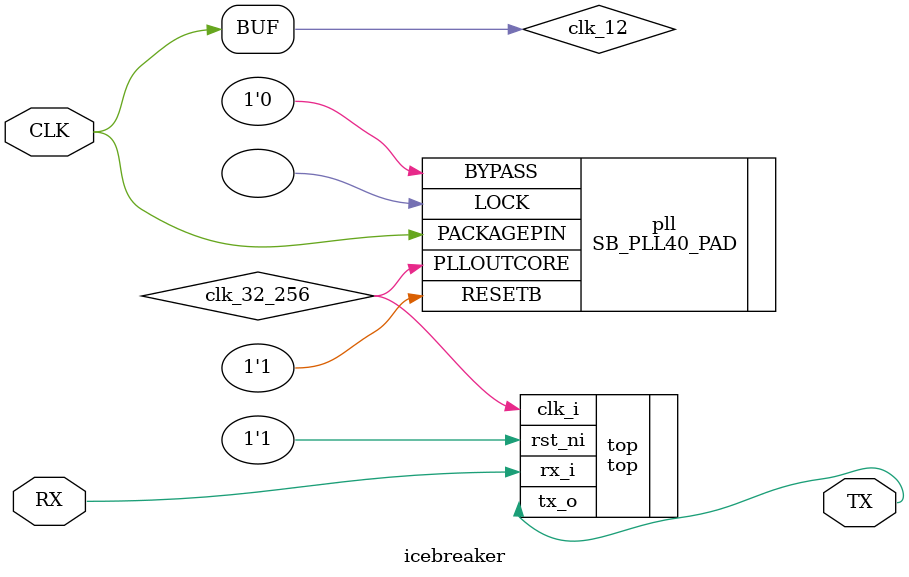
<source format=v>

module icebreaker (
    input  wire CLK,
    input  wire  RX,
    output wire  TX
);

wire clk_12 = CLK;
wire clk_32_256;// 32.256 Mhz clock from piazza

/*icepll -i 12 -o 32.256
 icepll -i 12 -o 32.256

F_PLLIN:    12.000 MHz (given)
F_PLLOUT:   32.256 MHz (requested)
F_PLLOUT:   32.250 MHz (achieved)

FEEDBACK: SIMPLE
F_PFD:   12.000 MHz
F_VCO: 1032.000 MHz

DIVR:  0 (4'b0000)
DIVF: 85 (7'b1010101)
DIVQ:  5 (3'b101)*/
SB_PLL40_PAD #(
    .FEEDBACK_PATH("SIMPLE"),
    .DIVR(4'd0),
    .DIVF(7'd85),
    .DIVQ(3'd5),
    .FILTER_RANGE(3'd1)
) pll (
    .LOCK(),
    .RESETB(1'b1),
    .BYPASS(1'b0),
    .PACKAGEPIN(clk_12),
    .PLLOUTCORE(clk_32_256)
);
top #(
    .ClkFreq(32250000),// achieved Freq
    .BaudRate(115200)
) top (
    .clk_i (clk_32_256),
    .rst_ni(1'b1),
    .rx_i(RX),
    .tx_o(TX)
);

endmodule

</source>
